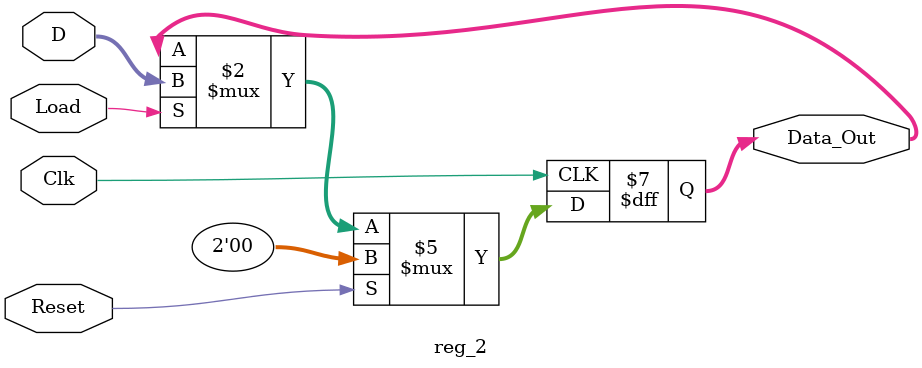
<source format=sv>
module reg_20(input  logic Clk, Reset, Load,
              input  logic [19:0]  D,
              output logic [19:0]  Data_Out);

    always_ff @ (posedge Clk)
    begin
	 	 if (Reset) //notice, this is a sycnrhonous reset, which is recommended on the FPGA
			begin
				Data_Out <= 19'h0;
			end
		 else if (Load)
			begin
				 Data_Out[19:0] <= D[19:0];
			end
    end

endmodule

module reg_2(input  logic Clk, Reset, Load,
              input  logic [1:0]  D,
              output logic [1:0]  Data_Out);

    always_ff @ (posedge Clk)
    begin
	 	 if (Reset) //notice, this is a sycnrhonous reset, which is recommended on the FPGA
			begin
				Data_Out <= 2'h0;
			end
		 else if (Load)
			begin
				 Data_Out[1:0] <= D[1:0];
			end
    end

endmodule

</source>
